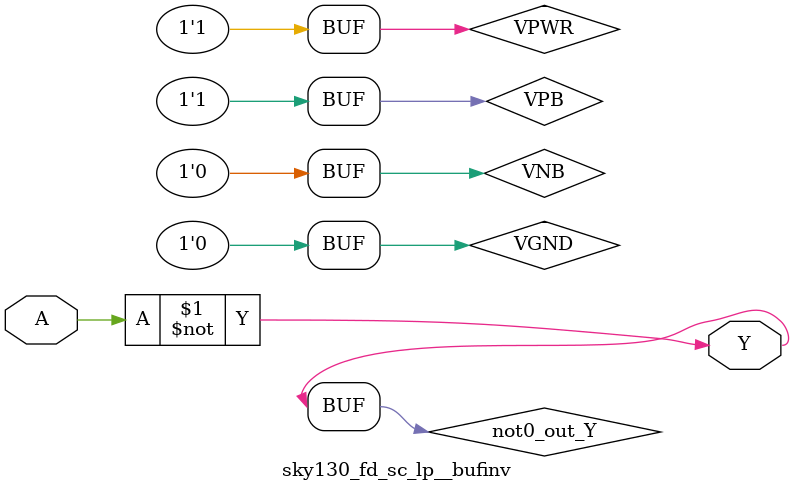
<source format=v>
/*
 * Copyright 2020 The SkyWater PDK Authors
 *
 * Licensed under the Apache License, Version 2.0 (the "License");
 * you may not use this file except in compliance with the License.
 * You may obtain a copy of the License at
 *
 *     https://www.apache.org/licenses/LICENSE-2.0
 *
 * Unless required by applicable law or agreed to in writing, software
 * distributed under the License is distributed on an "AS IS" BASIS,
 * WITHOUT WARRANTIES OR CONDITIONS OF ANY KIND, either express or implied.
 * See the License for the specific language governing permissions and
 * limitations under the License.
 *
 * SPDX-License-Identifier: Apache-2.0
*/


`ifndef SKY130_FD_SC_LP__BUFINV_BEHAVIORAL_V
`define SKY130_FD_SC_LP__BUFINV_BEHAVIORAL_V

/**
 * bufinv: Buffer followed by inverter.
 *
 * Verilog simulation functional model.
 */

`timescale 1ns / 1ps
`default_nettype none

`celldefine
module sky130_fd_sc_lp__bufinv (
    Y,
    A
);

    // Module ports
    output Y;
    input  A;

    // Module supplies
    supply1 VPWR;
    supply0 VGND;
    supply1 VPB ;
    supply0 VNB ;

    // Local signals
    wire not0_out_Y;

    //  Name  Output      Other arguments
    not not0 (not0_out_Y, A              );
    buf buf0 (Y         , not0_out_Y     );

endmodule
`endcelldefine

`default_nettype wire
`endif  // SKY130_FD_SC_LP__BUFINV_BEHAVIORAL_V
</source>
